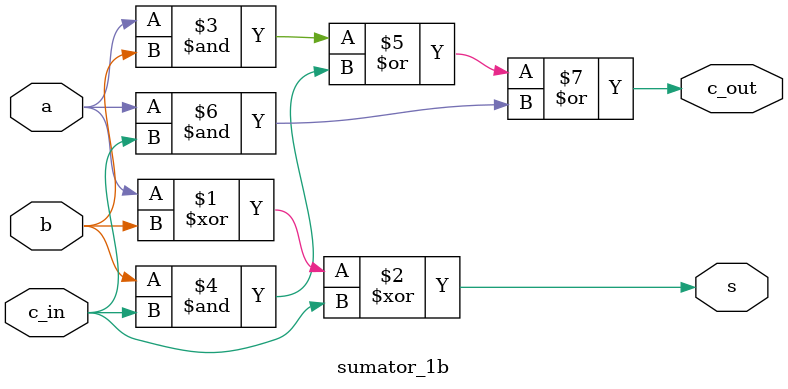
<source format=v>
module sumator_1b (
 input a,
 input b,
 input c_in,
 output c_out,
 output s
);

assign s=a^b^c_in;
assign c_out=a&b | b&c_in | a&c_in;

endmodule
</source>
